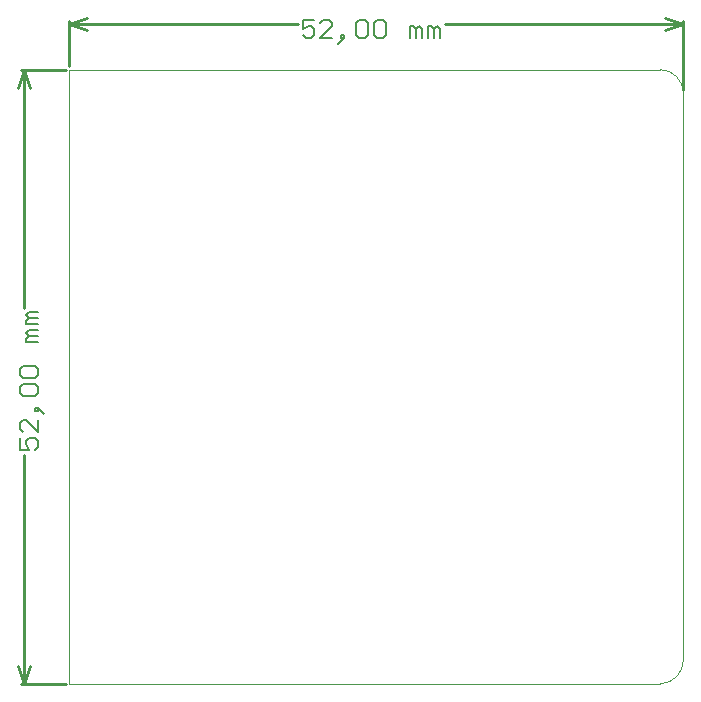
<source format=gko>
G04 Layer_Color=16711935*
%FSAX24Y24*%
%MOIN*%
G70*
G01*
G75*
%ADD22C,0.0060*%
%ADD33C,0.0040*%
%ADD34C,0.0100*%
D22*
X027074Y040250D02*
X026675D01*
Y039950D01*
X026875Y040050D01*
X026974D01*
X027074Y039950D01*
Y039750D01*
X026974Y039650D01*
X026775D01*
X026675Y039750D01*
X027674Y039650D02*
X027274D01*
X027674Y040050D01*
Y040150D01*
X027574Y040250D01*
X027374D01*
X027274Y040150D01*
X027974Y039550D02*
X028074Y039650D01*
Y039750D01*
X027974D01*
Y039650D01*
X028074D01*
X027974Y039550D01*
X027874Y039450D01*
X028474Y040150D02*
X028574Y040250D01*
X028774D01*
X028874Y040150D01*
Y039750D01*
X028774Y039650D01*
X028574D01*
X028474Y039750D01*
Y040150D01*
X029074D02*
X029174Y040250D01*
X029374D01*
X029474Y040150D01*
Y039750D01*
X029374Y039650D01*
X029174D01*
X029074Y039750D01*
Y040150D01*
X030273Y039650D02*
Y040050D01*
X030373D01*
X030473Y039950D01*
Y039650D01*
Y039950D01*
X030573Y040050D01*
X030673Y039950D01*
Y039650D01*
X030873D02*
Y040050D01*
X030973D01*
X031073Y039950D01*
Y039650D01*
Y039950D01*
X031173Y040050D01*
X031273Y039950D01*
Y039650D01*
X017258Y026287D02*
Y025887D01*
X017558D01*
X017458Y026087D01*
Y026187D01*
X017558Y026287D01*
X017758D01*
X017858Y026187D01*
Y025987D01*
X017758Y025887D01*
X017858Y026887D02*
Y026487D01*
X017458Y026887D01*
X017358D01*
X017258Y026787D01*
Y026587D01*
X017358Y026487D01*
X017957Y027187D02*
X017858Y027287D01*
X017758D01*
Y027187D01*
X017858D01*
Y027287D01*
X017957Y027187D01*
X018057Y027087D01*
X017358Y027687D02*
X017258Y027787D01*
Y027987D01*
X017358Y028086D01*
X017758D01*
X017858Y027987D01*
Y027787D01*
X017758Y027687D01*
X017358D01*
Y028286D02*
X017258Y028386D01*
Y028586D01*
X017358Y028686D01*
X017758D01*
X017858Y028586D01*
Y028386D01*
X017758Y028286D01*
X017358D01*
X017858Y029486D02*
X017458D01*
Y029586D01*
X017558Y029686D01*
X017858D01*
X017558D01*
X017458Y029786D01*
X017558Y029886D01*
X017858D01*
Y030086D02*
X017458D01*
Y030186D01*
X017558Y030286D01*
X017858D01*
X017558D01*
X017458Y030386D01*
X017558Y030486D01*
X017858D01*
D33*
X038598Y018110D02*
G03*
X039370Y018910I-000014J000786D01*
G01*
Y037795D02*
G03*
X038598Y038583I-000780J000007D01*
G01*
X018898Y018110D02*
Y038583D01*
X038598D01*
X039370Y018910D02*
Y037795D01*
X018898Y018110D02*
X038598D01*
D34*
X039370Y037915D02*
Y040210D01*
X018898Y038703D02*
Y040210D01*
X031433Y040110D02*
X039370D01*
X018898D02*
X026515D01*
X038770Y040310D02*
X039370Y040110D01*
X038770Y039910D02*
X039370Y040110D01*
X018898D02*
X019498Y039910D01*
X018898Y040110D02*
X019498Y040310D01*
X017298Y038583D02*
X018778D01*
X017298Y018110D02*
X018778D01*
X017398Y030646D02*
Y038583D01*
Y018110D02*
Y025727D01*
X017198Y037983D02*
X017398Y038583D01*
X017598Y037983D01*
X017398Y018110D02*
X017598Y018710D01*
X017198D02*
X017398Y018110D01*
M02*

</source>
